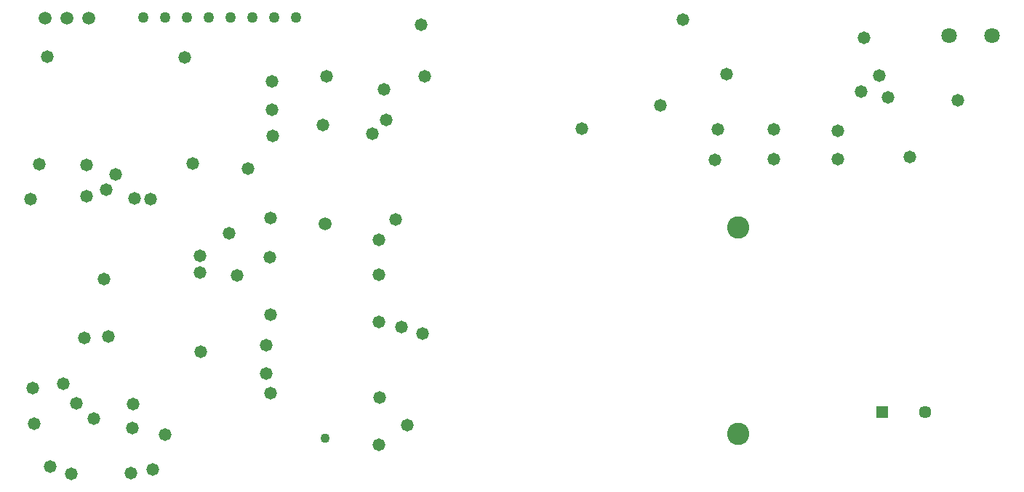
<source format=gbs>
G04*
G04 #@! TF.GenerationSoftware,Altium Limited,Altium Designer,24.8.2 (39)*
G04*
G04 Layer_Color=16711935*
%FSLAX44Y44*%
%MOMM*%
G71*
G04*
G04 #@! TF.SameCoordinates,C4C63D13-D3AA-445C-89B5-11D78E456874*
G04*
G04*
G04 #@! TF.FilePolarity,Negative*
G04*
G01*
G75*
%ADD47C,1.5032*%
%ADD48C,1.1032*%
%ADD49C,2.6032*%
%ADD50R,1.4500X1.4500*%
%ADD51C,1.4500*%
%ADD52C,1.8034*%
%ADD53C,1.2700*%
%ADD54C,1.4986*%
%ADD55C,1.4732*%
D47*
X356510Y315920D02*
D03*
D48*
Y65920D02*
D03*
D49*
X837370Y70910D02*
D03*
Y311360D02*
D03*
D50*
X1004970Y96520D02*
D03*
D51*
X1054970D02*
D03*
D52*
X1083310Y534670D02*
D03*
X1133310D02*
D03*
D53*
X144780Y556260D02*
D03*
X170180D02*
D03*
X195580D02*
D03*
X220980D02*
D03*
X297180D02*
D03*
X322580D02*
D03*
X271780D02*
D03*
X246380D02*
D03*
D54*
X55880Y554990D02*
D03*
X81280D02*
D03*
X30480D02*
D03*
D55*
X411480Y420370D02*
D03*
X427990Y436880D02*
D03*
X425450Y472440D02*
D03*
X472440Y487680D02*
D03*
X468630Y547370D02*
D03*
X655320Y426720D02*
D03*
X294640Y481330D02*
D03*
Y448310D02*
D03*
X295910Y417830D02*
D03*
X358140Y487680D02*
D03*
X354330Y430530D02*
D03*
X824230Y490220D02*
D03*
X1093470Y459740D02*
D03*
X1012344Y462788D02*
D03*
X746760Y453390D02*
D03*
X980440Y469900D02*
D03*
X1037590Y393700D02*
D03*
X210820Y278130D02*
D03*
X99060Y251460D02*
D03*
X104140Y184150D02*
D03*
X76200Y182880D02*
D03*
X78740Y347980D02*
D03*
X101600Y355600D02*
D03*
X113030Y373380D02*
D03*
X153670Y344170D02*
D03*
X134620Y345440D02*
D03*
X52070Y129540D02*
D03*
X16510Y124460D02*
D03*
X17780Y82550D02*
D03*
X67310Y106680D02*
D03*
X87630Y88900D02*
D03*
X953770Y391160D02*
D03*
Y424180D02*
D03*
X878840Y425450D02*
D03*
Y391160D02*
D03*
X60960Y24130D02*
D03*
X170180Y69850D02*
D03*
X130810Y25400D02*
D03*
X133350Y105410D02*
D03*
X210820Y259080D02*
D03*
X245110Y304800D02*
D03*
X254000Y255270D02*
D03*
X212090Y166370D02*
D03*
X293370Y209550D02*
D03*
X445770Y195580D02*
D03*
X469900Y187960D02*
D03*
X452120Y81280D02*
D03*
X419343Y200903D02*
D03*
X420370Y113030D02*
D03*
X419100Y58420D02*
D03*
X293370Y118110D02*
D03*
X288290Y140970D02*
D03*
Y173990D02*
D03*
X419100Y256540D02*
D03*
Y297180D02*
D03*
X292100Y276860D02*
D03*
X293370Y322580D02*
D03*
X13970Y344170D02*
D03*
X24130Y384810D02*
D03*
X33020Y510540D02*
D03*
X193040Y509270D02*
D03*
X810260Y389890D02*
D03*
X814070Y425450D02*
D03*
X984250Y532130D02*
D03*
X773430Y553720D02*
D03*
X132080Y77470D02*
D03*
X156210Y29210D02*
D03*
X36830Y33020D02*
D03*
X438792Y320943D02*
D03*
X202451Y385572D02*
D03*
X1001776Y488220D02*
D03*
X79248Y383794D02*
D03*
X266700Y379984D02*
D03*
M02*

</source>
